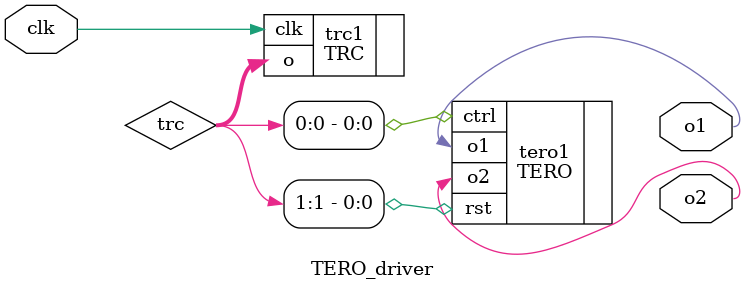
<source format=v>
module TERO_driver (
  input wire      clk,
  output wire     o1,
  output wire     o2
);

wire [1:0] trc;

TRC trc1 (.clk(clk), .o(trc));

TERO tero1 (.rst(trc[1]), .ctrl(trc[0]), .o1(o1), .o2(o2));

endmodule

</source>
